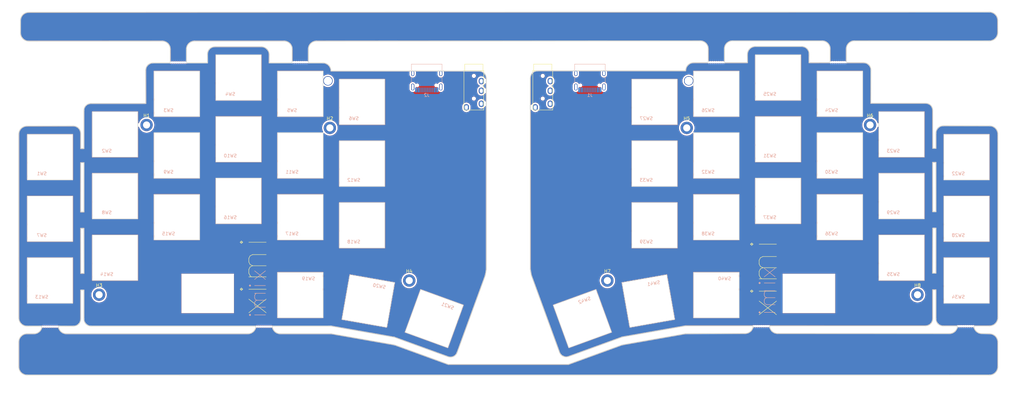
<source format=kicad_pcb>
(kicad_pcb (version 20221018) (generator pcbnew)
  (layers (0 "F.Cu" signal) (31 "B.Cu" signal) (34 "B.Paste" user) (35 "F.Paste" user) (36 "B.SilkS" user "B.Silkscreen") (37 "F.SilkS" user "F.Silkscreen") (38 "B.Mask" user) (39 "F.Mask" user) (44 "Edge.Cuts" user))
  (net 0 "")
  (net 1 "Net-(J1-GND-PadA1)")
  (net 2 "Net-(J1-VBUS-PadA4)")
  (net 10 "Net-(J2-GND-PadA1)")
  (net 11 "Net-(J2-VBUS-PadA4)")
  (footprint "fingerpunch-plates:switch-cutout-mx" (layer "F.Cu") (at 112.245465 146.36971)
    (fp_text reference "SW15" (at -2.54 5.08 180) (layer "B.SilkS") (effects (justify mirror)))
    (fp_text value "SW_Push")
    (fp_line (start -7 7) (end -7 -7) (stroke (width 0.15)) (layer "Edge.Cuts"))
    (fp_line (start -7 7) (end 7 7) (stroke (width 0.15)) (layer "Edge.Cuts"))
    (fp_line (start 7 -7) (end -7 -7) (stroke (width 0.15)) (layer "Edge.Cuts"))
    (fp_line (start 7 -7) (end 7 7) (stroke (width 0.15)) (layer "Edge.Cuts"))
  )
  (footprint "fingerpunch-plates:switch-cutout-mx" (layer "F.Cu") (at 131.245455 141.369705)
    (fp_text reference "SW16" (at -2.54 5.08 180) (layer "B.SilkS") (effects (justify mirror)))
    (fp_text value "SW_Push")
    (fp_line (start -7 7) (end -7 -7) (stroke (width 0.15)) (layer "Edge.Cuts"))
    (fp_line (start -7 7) (end 7 7) (stroke (width 0.15)) (layer "Edge.Cuts"))
    (fp_line (start 7 -7) (end -7 -7) (stroke (width 0.15)) (layer "Edge.Cuts"))
    (fp_line (start 7 -7) (end 7 7) (stroke (width 0.15)) (layer "Edge.Cuts"))
  )
  (footprint "fingerpunch-plates:switch-cutout-mx" (layer "F.Cu") (at 169.245467 148.869704)
    (fp_text reference "SW18" (at -2.54 5.08 180) (layer "B.SilkS") (effects (justify mirror)))
    (fp_text value "SW_Push")
    (fp_line (start -7 7) (end -7 -7) (stroke (width 0.15)) (layer "Edge.Cuts"))
    (fp_line (start -7 7) (end 7 7) (stroke (width 0.15)) (layer "Edge.Cuts"))
    (fp_line (start 7 -7) (end -7 -7) (stroke (width 0.15)) (layer "Edge.Cuts"))
    (fp_line (start 7 -7) (end 7 7) (stroke (width 0.15)) (layer "Edge.Cuts"))
  )
  (footprint "fingerpunch-plates:switch-cutout-mx" (layer "F.Cu") (at 93.245464 158.869704)
    (fp_text reference "SW14" (at -2.54 5.08 180) (layer "B.SilkS") (effects (justify mirror)))
    (fp_text value "SW_Push")
    (fp_line (start -7 7) (end -7 -7) (stroke (width 0.15)) (layer "Edge.Cuts"))
    (fp_line (start -7 7) (end 7 7) (stroke (width 0.15)) (layer "Edge.Cuts"))
    (fp_line (start 7 -7) (end -7 -7) (stroke (width 0.15)) (layer "Edge.Cuts"))
    (fp_line (start 7 -7) (end 7 7) (stroke (width 0.15)) (layer "Edge.Cuts"))
  )
  (footprint "fingerpunch-plates:switch-cutout-mx" (layer "F.Cu") (at 150.245466 127.369708)
    (fp_text reference "SW11" (at -2.54 5.08 180) (layer "B.SilkS") (effects (justify mirror)))
    (fp_text value "SW_Push")
    (fp_line (start -7 7) (end -7 -7) (stroke (width 0.15)) (layer "Edge.Cuts"))
    (fp_line (start -7 7) (end 7 7) (stroke (width 0.15)) (layer "Edge.Cuts"))
    (fp_line (start 7 -7) (end -7 -7) (stroke (width 0.15)) (layer "Edge.Cuts"))
    (fp_line (start 7 -7) (end 7 7) (stroke (width 0.15)) (layer "Edge.Cuts"))
  )
  (footprint "fingerpunch-plates:switch-cutout-mx" (layer "F.Cu") (at 150.245466 108.369708)
    (fp_text reference "SW5" (at -2.54 5.08 180) (layer "B.SilkS") (effects (justify mirror)))
    (fp_text value "SW_Push")
    (fp_line (start -7 7) (end -7 -7) (stroke (width 0.15)) (layer "Edge.Cuts"))
    (fp_line (start -7 7) (end 7 7) (stroke (width 0.15)) (layer "Edge.Cuts"))
    (fp_line (start 7 -7) (end -7 -7) (stroke (width 0.15)) (layer "Edge.Cuts"))
    (fp_line (start 7 -7) (end 7 7) (stroke (width 0.15)) (layer "Edge.Cuts"))
  )
  (footprint "fingerpunch-plates:switch-cutout-mx" (layer "F.Cu") (at 150.245461 146.369703)
    (fp_text reference "SW17" (at -2.54 5.08 180) (layer "B.SilkS") (effects (justify mirror)))
    (fp_text value "SW_Push")
    (fp_line (start -7 7) (end -7 -7) (stroke (width 0.15)) (layer "Edge.Cuts"))
    (fp_line (start -7 7) (end 7 7) (stroke (width 0.15)) (layer "Edge.Cuts"))
    (fp_line (start 7 -7) (end -7 -7) (stroke (width 0.15)) (layer "Edge.Cuts"))
    (fp_line (start 7 -7) (end 7 7) (stroke (width 0.15)) (layer "Edge.Cuts"))
  )
  (footprint "fingerpunch-plates:switch-cutout-mx" (layer "F.Cu") (at 112.245463 127.369703)
    (fp_text reference "SW9" (at -2.54 5.08 180) (layer "B.SilkS") (effects (justify mirror)))
    (fp_text value "SW_Push")
    (fp_line (start -7 7) (end -7 -7) (stroke (width 0.15)) (layer "Edge.Cuts"))
    (fp_line (start -7 7) (end 7 7) (stroke (width 0.15)) (layer "Edge.Cuts"))
    (fp_line (start 7 -7) (end -7 -7) (stroke (width 0.15)) (layer "Edge.Cuts"))
    (fp_line (start 7 -7) (end 7 7) (stroke (width 0.15)) (layer "Edge.Cuts"))
  )
  (footprint "fingerpunch-plates:switch-cutout-mx" (layer "F.Cu") (at 131.245464 103.369705)
    (fp_text reference "SW4" (at -2.54 5.08 180) (layer "B.SilkS") (effects (justify mirror)))
    (fp_text value "SW_Push")
    (fp_line (start -7 7) (end -7 -7) (stroke (width 0.15)) (layer "Edge.Cuts"))
    (fp_line (start -7 7) (end 7 7) (stroke (width 0.15)) (layer "Edge.Cuts"))
    (fp_line (start 7 -7) (end -7 -7) (stroke (width 0.15)) (layer "Edge.Cuts"))
    (fp_line (start 7 -7) (end 7 7) (stroke (width 0.15)) (layer "Edge.Cuts"))
  )
  (footprint "fingerpunch-plates:switch-cutout-mx" (layer "F.Cu") (at 169.245467 129.869709)
    (fp_text reference "SW12" (at -2.54 5.08 180) (layer "B.SilkS") (effects (justify mirror)))
    (fp_text value "SW_Push")
    (fp_line (start -7 7) (end -7 -7) (stroke (width 0.15)) (layer "Edge.Cuts"))
    (fp_line (start -7 7) (end 7 7) (stroke (width 0.15)) (layer "Edge.Cuts"))
    (fp_line (start 7 -7) (end -7 -7) (stroke (width 0.15)) (layer "Edge.Cuts"))
    (fp_line (start 7 -7) (end 7 7) (stroke (width 0.15)) (layer "Edge.Cuts"))
  )
  (footprint "fingerpunch-plates:switch-cutout-mx" (layer "F.Cu") (at 169.245462 110.869702)
    (fp_text reference "SW6" (at -2.54 5.08 180) (layer "B.SilkS") (effects (justify mirror)))
    (fp_text value "SW_Push")
    (fp_line (start -7 7) (end -7 -7) (stroke (width 0.15)) (layer "Edge.Cuts"))
    (fp_line (start -7 7) (end 7 7) (stroke (width 0.15)) (layer "Edge.Cuts"))
    (fp_line (start 7 -7) (end -7 -7) (stroke (width 0.15)) (layer "Edge.Cuts"))
    (fp_line (start 7 -7) (end 7 7) (stroke (width 0.15)) (layer "Edge.Cuts"))
  )
  (footprint "fingerpunch-plates:switch-cutout-mx" (layer "F.Cu") (at 131.245461 122.369701)
    (fp_text reference "SW10" (at -2.54 5.08 180) (layer "B.SilkS") (effects (justify mirror)))
    (fp_text value "SW_Push")
    (fp_line (start -7 7) (end -7 -7) (stroke (width 0.15)) (layer "Edge.Cuts"))
    (fp_line (start -7 7) (end 7 7) (stroke (width 0.15)) (layer "Edge.Cuts"))
    (fp_line (start 7 -7) (end -7 -7) (stroke (width 0.15)) (layer "Edge.Cuts"))
    (fp_line (start 7 -7) (end 7 7) (stroke (width 0.15)) (layer "Edge.Cuts"))
  )
  (footprint "fingerpunch-plates:switch-cutout-mx" (layer "F.Cu") (at 93.245467 120.869705)
    (fp_text reference "SW2" (at -2.54 5.08 180) (layer "B.SilkS") (effects (justify mirror)))
    (fp_text value "SW_Push")
    (fp_line (start -7 7) (end -7 -7) (stroke (width 0.15)) (layer "Edge.Cuts"))
    (fp_line (start -7 7) (end 7 7) (stroke (width 0.15)) (layer "Edge.Cuts"))
    (fp_line (start 7 -7) (end -7 -7) (stroke (width 0.15)) (layer "Edge.Cuts"))
    (fp_line (start 7 -7) (end 7 7) (stroke (width 0.15)) (layer "Edge.Cuts"))
  )
  (footprint "fingerpunch-plates:switch-cutout-mx" (layer "F.Cu") (at 112.245468 108.369716)
    (fp_text reference "SW3" (at -2.54 5.08 180) (layer "B.SilkS") (effects (justify mirror)))
    (fp_text value "SW_Push")
    (fp_line (start -7 7) (end -7 -7) (stroke (width 0.15)) (layer "Edge.Cuts"))
    (fp_line (start -7 7) (end 7 7) (stroke (width 0.15)) (layer "Edge.Cuts"))
    (fp_line (start 7 -7) (end -7 -7) (stroke (width 0.15)) (layer "Edge.Cuts"))
    (fp_line (start 7 -7) (end 7 7) (stroke (width 0.15)) (layer "Edge.Cuts"))
  )
  (footprint "fingerpunch-plates:switch-cutout-mx" (layer "F.Cu") (at 93.245468 139.869705)
    (fp_text reference "SW8" (at -2.54 5.08 180) (layer "B.SilkS") (effects (justify mirror)))
    (fp_text value "SW_Push")
    (fp_line (start -7 7) (end -7 -7) (stroke (width 0.15)) (layer "Edge.Cuts"))
    (fp_line (start -7 7) (end 7 7) (stroke (width 0.15)) (layer "Edge.Cuts"))
    (fp_line (start 7 -7) (end -7 -7) (stroke (width 0.15)) (layer "Edge.Cuts"))
    (fp_line (start 7 -7) (end 7 7) (stroke (width 0.15)) (layer "Edge.Cuts"))
  )
  (footprint "fingerpunch-plates:switch-cutout-mx" (layer "F.Cu") (at 171.165552 172.199978 170)
    (fp_text reference "SW20" (at -2.54 5.08 350) (layer "B.SilkS") (effects (justify mirror)))
    (fp_text value "SW_Push")
    (fp_line (start -7 7) (end -7 -7) (stroke (width 0.15)) (layer "Edge.Cuts"))
    (fp_line (start -7 7) (end 7 7) (stroke (width 0.15)) (layer "Edge.Cuts"))
    (fp_line (start 7 -7) (end -7 -7) (stroke (width 0.15)) (layer "Edge.Cuts"))
    (fp_line (start 7 -7) (end 7 7) (stroke (width 0.15)) (layer "Edge.Cuts"))
  )
  (footprint "fingerpunch-plates:switch-cutout-mx" (layer "F.Cu") (at 191.449994 177.635174 160)
    (fp_text reference "SW21" (at -2.54 5.08 340) (layer "B.SilkS") (effects (justify mirror)))
    (fp_text value "SW_Push")
    (fp_line (start -7 7) (end -7 -7) (stroke (width 0.15)) (layer "Edge.Cuts"))
    (fp_line (start -7 7) (end 7 7) (stroke (width 0.15)) (layer "Edge.Cuts"))
    (fp_line (start 7 -7) (end -7 -7) (stroke (width 0.15)) (layer "Edge.Cuts"))
    (fp_line (start 7 -7) (end 7 7) (stroke (width 0.15)) (layer "Edge.Cuts"))
  )
  (footprint "fingerpunch-plates:switch-cutout-mx" (layer "F.Cu") (at 150.245462 170.369704 180)
    (fp_text reference "SW19" (at -2.54 5.08) (layer "B.SilkS") (effects (justify mirror)))
    (fp_text value "SW_Push")
    (fp_line (start -7 7) (end -7 -7) (stroke (width 0.15)) (layer "Edge.Cuts"))
    (fp_line (start -7 7) (end 7 7) (stroke (width 0.15)) (layer "Edge.Cuts"))
    (fp_line (start 7 -7) (end -7 -7) (stroke (width 0.15)) (layer "Edge.Cuts"))
    (fp_line (start 7 -7) (end 7 7) (stroke (width 0.15)) (layer "Edge.Cuts"))
  )
  (footprint "fingerpunch-plates:switch-cutout-mx" (layer "F.Cu") (at 73.245464 127.869706)
    (fp_text reference "SW1" (at -2.54 5.08 180) (layer "B.SilkS") (effects (justify mirror)))
    (fp_text value "SW_Push")
    (fp_line (start -7 7) (end -7 -7) (stroke (width 0.15)) (layer "Edge.Cuts"))
    (fp_line (start -7 7) (end 7 7) (stroke (width 0.15)) (layer "Edge.Cuts"))
    (fp_line (start 7 -7) (end -7 -7) (stroke (width 0.15)) (layer "Edge.Cuts"))
    (fp_line (start 7 -7) (end 7 7) (stroke (width 0.15)) (layer "Edge.Cuts"))
  )
  (footprint "fingerpunch-plates:switch-cutout-mx" (layer "F.Cu") (at 73.245468 146.869701)
    (fp_text reference "SW7" (at -2.54 5.08 180) (layer "B.SilkS") (effects (justify mirror)))
    (fp_text value "SW_Push")
    (fp_line (start -7 7) (end -7 -7) (stroke (width 0.15)) (layer "Edge.Cuts"))
    (fp_line (start -7 7) (end 7 7) (stroke (width 0.15)) (layer "Edge.Cuts"))
    (fp_line (start 7 -7) (end -7 -7) (stroke (width 0.15)) (layer "Edge.Cuts"))
    (fp_line (start 7 -7) (end 7 7) (stroke (width 0.15)) (layer "Edge.Cuts"))
  )
  (footprint "fingerpunch-plates:switch-cutout-mx" (layer "F.Cu") (at 73.245472 165.869706)
    (fp_text reference "SW13" (at -2.54 5.08 180) (layer "B.SilkS") (effects (justify mirror)))
    (fp_text value "SW_Push")
    (fp_line (start -7 7) (end -7 -7) (stroke (width 0.15)) (layer "Edge.Cuts"))
    (fp_line (start -7 7) (end 7 7) (stroke (width 0.15)) (layer "Edge.Cuts"))
    (fp_line (start 7 -7) (end -7 -7) (stroke (width 0.15)) (layer "Edge.Cuts"))
    (fp_line (start 7 -7) (end 7 7) (stroke (width 0.15)) (layer "Edge.Cuts"))
  )
  (footprint "fingerpunch:Breakaway_Tabs" (layer "F.Cu") (at 150.23 98.63)
    (fp_text reference "H16")
    (fp_text value "Breakaway Tabs")
    (pad "" np_thru_hole circle (at -2.375 0) (size 0.3 0.3) (drill 0.3) (layers "*.Cu" "*.Mask"))
    (pad "" np_thru_hole circle (at -1.78125 0) (size 0.3 0.3) (drill 0.3) (layers "*.Cu" "*.Mask"))
    (pad "" np_thru_hole circle (at -1.1875 0) (size 0.3 0.3) (drill 0.3) (layers "*.Cu" "*.Mask"))
    (pad "" np_thru_hole circle (at -0.59375 0) (size 0.3 0.3) (drill 0.3) (layers "*.Cu" "*.Mask"))
    (pad "" np_thru_hole circle (at 0 0) (size 0.3 0.3) (drill 0.3) (layers "*.Cu" "*.Mask"))
    (pad "" np_thru_hole circle (at 0.59375 0) (size 0.3 0.3) (drill 0.3) (layers "*.Cu" "*.Mask"))
    (pad "" np_thru_hole circle (at 1.1875 0) (size 0.3 0.3) (drill 0.3) (layers "*.Cu" "*.Mask"))
    (pad "" np_thru_hole circle (at 1.78125 0) (size 0.3 0.3) (drill 0.3) (layers "*.Cu" "*.Mask"))
    (pad "" np_thru_hole circle (at 2.375 0) (size 0.3 0.3) (drill 0.3) (layers "*.Cu" "*.Mask"))
  )
  (footprint "fingerpunch-plates:switch-cutout-mx" (layer "F.Cu") (at 316.245465 108.369715)
    (fp_text reference "SW24" (at -2.54 5.08 180) (layer "B.SilkS") (effects (justify mirror)))
    (fp_text value "SW_Push")
    (fp_line (start -7 7) (end -7 -7) (stroke (width 0.15)) (layer "Edge.Cuts"))
    (fp_line (start -7 7) (end 7 7) (stroke (width 0.15)) (layer "Edge.Cuts"))
    (fp_line (start 7 -7) (end -7 -7) (stroke (width 0.15)) (layer "Edge.Cuts"))
    (fp_line (start 7 -7) (end 7 7) (stroke (width 0.15)) (layer "Edge.Cuts"))
  )
  (footprint "fingerpunch:Breakaway_Tabs" (layer "F.Cu") (at 292.09 179.97)
    (fp_text reference "H14")
    (fp_text value "Breakaway Tabs")
    (pad "" np_thru_hole circle (at -2.375 0) (size 0.3 0.3) (drill 0.3) (layers "*.Cu" "*.Mask"))
    (pad "" np_thru_hole circle (at -1.78125 0) (size 0.3 0.3) (drill 0.3) (layers "*.Cu" "*.Mask"))
    (pad "" np_thru_hole circle (at -1.1875 0) (size 0.3 0.3) (drill 0.3) (layers "*.Cu" "*.Mask"))
    (pad "" np_thru_hole circle (at -0.59375 0) (size 0.3 0.3) (drill 0.3) (layers "*.Cu" "*.Mask"))
    (pad "" np_thru_hole circle (at 0 0) (size 0.3 0.3) (drill 0.3) (layers "*.Cu" "*.Mask"))
    (pad "" np_thru_hole circle (at 0.59375 0) (size 0.3 0.3) (drill 0.3) (layers "*.Cu" "*.Mask"))
    (pad "" np_thru_hole circle (at 1.1875 0) (size 0.3 0.3) (drill 0.3) (layers "*.Cu" "*.Mask"))
    (pad "" np_thru_hole circle (at 1.78125 0) (size 0.3 0.3) (drill 0.3) (layers "*.Cu" "*.Mask"))
    (pad "" np_thru_hole circle (at 2.375 0) (size 0.3 0.3) (drill 0.3) (layers "*.Cu" "*.Mask"))
  )
  (footprint "fingerpunch-plates:switch-cutout-mx" (layer "F.Cu") (at 297.245456 141.369707)
    (fp_text reference "SW37" (at -2.54 5.08 180) (layer "B.SilkS") (effects (justify mirror)))
    (fp_text value "SW_Push")
    (fp_line (start -7 7) (end -7 -7) (stroke (width 0.15)) (layer "Edge.Cuts"))
    (fp_line (start -7 7) (end 7 7) (stroke (width 0.15)) (layer "Edge.Cuts"))
    (fp_line (start 7 -7) (end -7 -7) (stroke (width 0.15)) (layer "Edge.Cuts"))
    (fp_line (start 7 -7) (end 7 7) (stroke (width 0.15)) (layer "Edge.Cuts"))
  )
  (footprint "fingerpunch:Breakaway_Tabs" (layer "F.Cu") (at 315.76 98.63)
    (fp_text reference "H9")
    (fp_text value "Breakaway Tabs")
    (pad "" np_thru_hole circle (at -2.375 0) (size 0.3 0.3) (drill 0.3) (layers "*.Cu" "*.Mask"))
    (pad "" np_thru_hole circle (at -1.78125 0) (size 0.3 0.3) (drill 0.3) (layers "*.Cu" "*.Mask"))
    (pad "" np_thru_hole circle (at -1.1875 0) (size 0.3 0.3) (drill 0.3) (layers "*.Cu" "*.Mask"))
    (pad "" np_thru_hole circle (at -0.59375 0) (size 0.3 0.3) (drill 0.3) (layers "*.Cu" "*.Mask"))
    (pad "" np_thru_hole circle (at 0 0) (size 0.3 0.3) (drill 0.3) (layers "*.Cu" "*.Mask"))
    (pad "" np_thru_hole circle (at 0.59375 0) (size 0.3 0.3) (drill 0.3) (layers "*.Cu" "*.Mask"))
    (pad "" np_thru_hole circle (at 1.1875 0) (size 0.3 0.3) (drill 0.3) (layers "*.Cu" "*.Mask"))
    (pad "" np_thru_hole circle (at 1.78125 0) (size 0.3 0.3) (drill 0.3) (layers "*.Cu" "*.Mask"))
    (pad "" np_thru_hole circle (at 2.375 0) (size 0.3 0.3) (drill 0.3) (layers "*.Cu" "*.Mask"))
  )
  (footprint "fingerpunch:Breakaway_Tabs" (layer "F.Cu") (at 73.31 180.09)
    (fp_text reference "H13")
    (fp_text value "Breakaway Tabs")
    (pad "" np_thru_hole circle (at -2.375 0) (size 0.3 0.3) (drill 0.3) (layers "*.Cu" "*.Mask"))
    (pad "" np_thru_hole circle (at -1.78125 0) (size 0.3 0.3) (drill 0.3) (layers "*.Cu" "*.Mask"))
    (pad "" np_thru_hole circle (at -1.1875 0) (size 0.3 0.3) (drill 0.3) (layers "*.Cu" "*.Mask"))
    (pad "" np_thru_hole circle (at -0.59375 0) (size 0.3 0.3) (drill 0.3) (layers "*.Cu" "*.Mask"))
    (pad "" np_thru_hole circle (at 0 0) (size 0.3 0.3) (drill 0.3) (layers "*.Cu" "*.Mask"))
    (pad "" np_thru_hole circle (at 0.59375 0) (size 0.3 0.3) (drill 0.3) (layers "*.Cu" "*.Mask"))
    (pad "" np_thru_hole circle (at 1.1875 0) (size 0.3 0.3) (drill 0.3) (layers "*.Cu" "*.Mask"))
    (pad "" np_thru_hole circle (at 1.78125 0) (size 0.3 0.3) (drill 0.3) (layers "*.Cu" "*.Mask"))
    (pad "" np_thru_hole circle (at 2.375 0) (size 0.3 0.3) (drill 0.3) (layers "*.Cu" "*.Mask"))
  )
  (footprint "Keebio-Parts:TRRS-PJ-320A" (layer "F.Cu") (at 224.843005 101.244704)
    (fp_text reference "J11")
    (fp_text value "AudioJack4dpb")
    (pad "" np_thru_hole circle (at 0 1.6) (size 0.8 0.8) (drill 0.8) (layers "*.Cu" "*.Mask"))
    (pad "" np_thru_hole circle (at 0 8.6) (size 0.8 0.8) (drill 0.8) (layers "*.Cu" "*.Mask"))
    (pad "1" thru_hole oval (at -2.3 11.3) (size 1.6 2) (drill oval 0.9 1.3) (layers "*.Cu" "*.Mask"))
    (pad "2" thru_hole oval (at 2.3 10.2) (size 1.6 2) (drill oval 0.9 1.3) (layers "*.Cu" "*.Mask"))
    (pad "3" thru_hole oval (at 2.3 6.2) (size 1.6 2) (drill oval 0.9 1.3) (layers "*.Cu" "*.Mask"))
    (pad "4" thru_hole oval (at 2.3 3.2) (size 1.6 2) (drill oval 0.9 1.3) (layers "*.Cu" "*.Mask"))
  )
  (footprint "fingerpunch-plates:switch-cutout-mx" (layer "F.Cu") (at 297.245462 122.3697)
    (fp_text reference "SW31" (at -2.54 5.08 180) (layer "B.SilkS") (effects (justify mirror)))
    (fp_text value "SW_Push")
    (fp_line (start -7 7) (end -7 -7) (stroke (width 0.15)) (layer "Edge.Cuts"))
    (fp_line (start -7 7) (end 7 7) (stroke (width 0.15)) (layer "Edge.Cuts"))
    (fp_line (start 7 -7) (end -7 -7) (stroke (width 0.15)) (layer "Edge.Cuts"))
    (fp_line (start 7 -7) (end 7 7) (stroke (width 0.15)) (layer "Edge.Cuts"))
  )
  (footprint "fingerpunch-plates:switch-cutout-mx" (layer "F.Cu") (at 259.245467 148.869704)
    (fp_text reference "SW39" (at -2.54 5.08 180) (layer "B.SilkS") (effects (justify mirror)))
    (fp_text value "SW_Push")
    (fp_line (start -7 7) (end -7 -7) (stroke (width 0.15)) (layer "Edge.Cuts"))
    (fp_line (start -7 7) (end 7 7) (stroke (width 0.15)) (layer "Edge.Cuts"))
    (fp_line (start 7 -7) (end -7 -7) (stroke (width 0.15)) (layer "Edge.Cuts"))
    (fp_line (start 7 -7) (end 7 7) (stroke (width 0.15)) (layer "Edge.Cuts"))
  )
  (footprint "fingerpunch-plates:switch-cutout-mx" (layer "F.Cu") (at 259.245464 110.869703)
    (fp_text reference "SW27" (at -2.54 5.08 180) (layer "B.SilkS") (effects (justify mirror)))
    (fp_text value "SW_Push")
    (fp_line (start -7 7) (end -7 -7) (stroke (width 0.15)) (layer "Edge.Cuts"))
    (fp_line (start -7 7) (end 7 7) (stroke (width 0.15)) (layer "Edge.Cuts"))
    (fp_line (start 7 -7) (end -7 -7) (stroke (width 0.15)) (layer "Edge.Cuts"))
    (fp_line (start 7 -7) (end 7 7) (stroke (width 0.15)) (layer "Edge.Cuts"))
  )
  (footprint "MountingHole:MountingHole_2.2mm_M2_DIN965_Pad" (layer "F.Cu") (at 159.345462 118.869702)
    (fp_text reference "H2" (at 0 -2.9) (layer "F.SilkS"))
    (fp_text value "MountingHole")
    (pad "1" thru_hole circle (at 0 0) (size 3.8 3.8) (drill 2.2) (layers "*.Cu" "*.Mask"))
  )
  (footprint "fingerpunch:Breakaway_Tabs" (layer "F.Cu") (at 354.98 179.98)
    (fp_text reference "H12")
    (fp_text value "Breakaway Tabs")
    (pad "" np_thru_hole circle (at -2.375 0) (size 0.3 0.3) (drill 0.3) (layers "*.Cu" "*.Mask"))
    (pad "" np_thru_hole circle (at -1.78125 0) (size 0.3 0.3) (drill 0.3) (layers "*.Cu" "*.Mask"))
    (pad "" np_thru_hole circle (at -1.1875 0) (size 0.3 0.3) (drill 0.3) (layers "*.Cu" "*.Mask"))
    (pad "" np_thru_hole circle (at -0.59375 0) (size 0.3 0.3) (drill 0.3) (layers "*.Cu" "*.Mask"))
    (pad "" np_thru_hole circle (at 0 0) (size 0.3 0.3) (drill 0.3) (layers "*.Cu" "*.Mask"))
    (pad "" np_thru_hole circle (at 0.59375 0) (size 0.3 0.3) (drill 0.3) (layers "*.Cu" "*.Mask"))
    (pad "" np_thru_hole circle (at 1.1875 0) (size 0.3 0.3) (drill 0.3) (layers "*.Cu" "*.Mask"))
    (pad "" np_thru_hole circle (at 1.78125 0) (size 0.3 0.3) (drill 0.3) (layers "*.Cu" "*.Mask"))
    (pad "" np_thru_hole circle (at 2.375 0) (size 0.3 0.3) (drill 0.3) (layers "*.Cu" "*.Mask"))
  )
  (footprint "fingerpunch:Breakaway_Tabs" (layer "F.Cu") (at 112.74 98.71)
    (fp_text reference "H10")
    (fp_text value "Breakaway Tabs")
    (pad "" np_thru_hole circle (at -2.375 0) (size 0.3 0.3) (drill 0.3) (layers "*.Cu" "*.Mask"))
    (pad "" np_thru_hole circle (at -1.78125 0) (size 0.3 0.3) (drill 0.3) (layers "*.Cu" "*.Mask"))
    (pad "" np_thru_hole circle (at -1.1875 0) (size 0.3 0.3) (drill 0.3) (layers "*.Cu" "*.Mask"))
    (pad "" np_thru_hole circle (at -0.59375 0) (size 0.3 0.3) (drill 0.3) (layers "*.Cu" "*.Mask"))
    (pad "" np_thru_hole circle (at 0 0) (size 0.3 0.3) (drill 0.3) (layers "*.Cu" "*.Mask"))
    (pad "" np_thru_hole circle (at 0.59375 0) (size 0.3 0.3) (drill 0.3) (layers "*.Cu" "*.Mask"))
    (pad "" np_thru_hole circle (at 1.1875 0) (size 0.3 0.3) (drill 0.3) (layers "*.Cu" "*.Mask"))
    (pad "" np_thru_hole circle (at 1.78125 0) (size 0.3 0.3) (drill 0.3) (layers "*.Cu" "*.Mask"))
    (pad "" np_thru_hole circle (at 2.375 0) (size 0.3 0.3) (drill 0.3) (layers "*.Cu" "*.Mask"))
  )
  (footprint "MountingHole:MountingHole_2.2mm_M2_DIN965_Pad" (layer "F.Cu") (at 102.945466 117.969717)
    (fp_text reference "H1" (at 0 -2.9) (layer "F.SilkS"))
    (fp_text value "MountingHole")
    (pad "1" thru_hole circle (at 0 0) (size 3.8 3.8) (drill 2.2) (layers "*.Cu" "*.Mask"))
  )
  (footprint "MountingHole:MountingHole_2.2mm_M2_DIN965_Pad" (layer "F.Cu") (at 340.145463 170.269705)
    (fp_text reference "H8" (at 0 -2.9) (layer "F.SilkS"))
    (fp_text value "MountingHole")
    (pad "1" thru_hole circle (at 0 0) (size 3.8 3.8) (drill 2.2) (layers "*.Cu" "*.Mask"))
  )
  (footprint "fingerpunch-plates:switch-cutout-mx" (layer "F.Cu") (at 335.245469 120.869705)
    (fp_text reference "SW23" (at -2.54 5.08 180) (layer "B.SilkS") (effects (justify mirror)))
    (fp_text value "SW_Push")
    (fp_line (start -7 7) (end -7 -7) (stroke (width 0.15)) (layer "Edge.Cuts"))
    (fp_line (start -7 7) (end 7 7) (stroke (width 0.15)) (layer "Edge.Cuts"))
    (fp_line (start 7 -7) (end -7 -7) (stroke (width 0.15)) (layer "Edge.Cuts"))
    (fp_line (start 7 -7) (end 7 7) (stroke (width 0.15)) (layer "Edge.Cuts"))
  )
  (footprint "fingerpunch-plates:switch-cutout-mx" (layer "F.Cu") (at 278.245463 170.369704 180)
    (fp_text reference "SW40" (at -2.54 5.08) (layer "B.SilkS") (effects (justify mirror)))
    (fp_text value "SW_Push")
    (fp_line (start -7 7) (end -7 -7) (stroke (width 0.15)) (layer "Edge.Cuts"))
    (fp_line (start -7 7) (end 7 7) (stroke (width 0.15)) (layer "Edge.Cuts"))
    (fp_line (start 7 -7) (end -7 -7) (stroke (width 0.15)) (layer "Edge.Cuts"))
    (fp_line (start 7 -7) (end 7 7) (stroke (width 0.15)) (layer "Edge.Cuts"))
  )
  (footprint "fingerpunch-plates:switch-cutout-mx" (layer "F.Cu") (at 335.245468 139.869704)
    (fp_text reference "SW29" (at -2.54 5.08 180) (layer "B.SilkS") (effects (justify mirror)))
    (fp_text value "SW_Push")
    (fp_line (start -7 7) (end -7 -7) (stroke (width 0.15)) (layer "Edge.Cuts"))
    (fp_line (start -7 7) (end 7 7) (stroke (width 0.15)) (layer "Edge.Cuts"))
    (fp_line (start 7 -7) (end -7 -7) (stroke (width 0.15)) (layer "Edge.Cuts"))
    (fp_line (start 7 -7) (end 7 7) (stroke (width 0.15)) (layer "Edge.Cuts"))
  )
  (footprint "MountingHole:MountingHole_2.2mm_M2_DIN965_Pad" (layer "F.Cu") (at 244.725372 165.899975)
    (fp_text reference "H7" (at 0 -2.9) (layer "F.SilkS"))
    (fp_text value "MountingHole")
    (pad "1" thru_hole circle (at 0 0) (size 3.8 3.8) (drill 2.2) (layers "*.Cu" "*.Mask"))
  )
  (footprint "fingerpunch-plates:switch-cutout-mx" (layer "F.Cu") (at 278.245466 108.369707)
    (fp_text reference "SW26" (at -2.54 5.08 180) (layer "B.SilkS") (effects (justify mirror)))
    (fp_text value "SW_Push")
    (fp_line (start -7 7) (end -7 -7) (stroke (width 0.15)) (layer "Edge.Cuts"))
    (fp_line (start -7 7) (end 7 7) (stroke (width 0.15)) (layer "Edge.Cuts"))
    (fp_line (start 7 -7) (end -7 -7) (stroke (width 0.15)) (layer "Edge.Cuts"))
    (fp_line (start 7 -7) (end 7 7) (stroke (width 0.15)) (layer "Edge.Cuts"))
  )
  (footprint "fingerpunch:Breakaway_Tabs" (layer "F.Cu") (at 139.11 180.08)
    (fp_text reference "H15")
    (fp_text value "Breakaway Tabs")
    (pad "" np_thru_hole circle (at -2.375 0) (size 0.3 0.3) (drill 0.3) (layers "*.Cu" "*.Mask"))
    (pad "" np_thru_hole circle (at -1.78125 0) (size 0.3 0.3) (drill 0.3) (layers "*.Cu" "*.Mask"))
    (pad "" np_thru_hole circle (at -1.1875 0) (size 0.3 0.3) (drill 0.3) (layers "*.Cu" "*.Mask"))
    (pad "" np_thru_hole circle (at -0.59375 0) (size 0.3 0.3) (drill 0.3) (layers "*.Cu" "*.Mask"))
    (pad "" np_thru_hole circle (at 0 0) (size 0.3 0.3) (drill 0.3) (layers "*.Cu" "*.Mask"))
    (pad "" np_thru_hole circle (at 0.59375 0) (size 0.3 0.3) (drill 0.3) (layers "*.Cu" "*.Mask"))
    (pad "" np_thru_hole circle (at 1.1875 0) (size 0.3 0.3) (drill 0.3) (layers "*.Cu" "*.Mask"))
    (pad "" np_thru_hole circle (at 1.78125 0) (size 0.3 0.3) (drill 0.3) (layers "*.Cu" "*.Mask"))
    (pad "" np_thru_hole circle (at 2.375 0) (size 0.3 0.3) (drill 0.3) (layers "*.Cu" "*.Mask"))
  )
  (footprint "fingerpunch-plates:switch-cutout-mx" (layer "F.Cu") (at 355.245467 146.869701)
    (fp_text reference "SW28" (at -2.54 5.08 180) (layer "B.SilkS") (effects (justify mirror)))
    (fp_text value "SW_Push")
    (fp_line (start -7 7) (end -7 -7) (stroke (width 0.15)) (layer "Edge.Cuts"))
    (fp_line (start -7 7) (end 7 7) (stroke (width 0.15)) (layer "Edge.Cuts"))
    (fp_line (start 7 -7) (end -7 -7) (stroke (width 0.15)) (layer "Edge.Cuts"))
    (fp_line (start 7 -7) (end 7 7) (stroke (width 0.15)) (layer "Edge.Cuts"))
  )
  (footprint "fingerpunch-plates:switch-cutout-mx" (layer "F.Cu") (at 278.245462 146.369706)
    (fp_text reference "SW38" (at -2.54 5.08 180) (layer "B.SilkS") (effects (justify mirror)))
    (fp_text value "SW_Push")
    (fp_line (start -7 7) (end -7 -7) (stroke (width 0.15)) (layer "Edge.Cuts"))
    (fp_line (start -7 7) (end 7 7) (stroke (width 0.15)) (layer "Edge.Cuts"))
    (fp_line (start 7 -7) (end -7 -7) (stroke (width 0.15)) (layer "Edge.Cuts"))
    (fp_line (start 7 -7) (end 7 7) (stroke (width 0.15)) (layer "Edge.Cuts"))
  )
  (footprint "fingerpunch-plates:switch-cutout-mx" (layer "F.Cu") (at 355.245462 127.869705)
    (fp_text reference "SW22" (at -2.54 5.08 180) (layer "B.SilkS") (effects (justify mirror)))
    (fp_text value "SW_Push")
    (fp_line (start -7 7) (end -7 -7) (stroke (width 0.15)) (layer "Edge.Cuts"))
    (fp_line (start -7 7) (end 7 7) (stroke (width 0.15)) (layer "Edge.Cuts"))
    (fp_line (start 7 -7) (end -7 -7) (stroke (width 0.15)) (layer "Edge.Cuts"))
    (fp_line (start 7 -7) (end 7 7) (stroke (width 0.15)) (layer "Edge.Cuts"))
  )
  (footprint "Keebio-Parts:TRRS-PJ-320A" (layer "F.Cu") (at 203.645004 101.244706)
    (fp_text reference "J7")
    (fp_text value "AudioJack4dpb")
    (pad "" np_thru_hole circle (at 0 1.6) (size 0.8 0.8) (drill 0.8) (layers "*.Cu" "*.Mask"))
    (pad "" np_thru_hole circle (at 0 8.6) (size 0.8 0.8) (drill 0.8) (layers "*.Cu" "*.Mask"))
    (pad "1" thru_hole oval (at -2.3 11.3) (size 1.6 2) (drill oval 0.9 1.3) (layers "*.Cu" "*.Mask"))
    (pad "2" thru_hole oval (at 2.3 10.2) (size 1.6 2) (drill oval 0.9 1.3) (layers "*.Cu" "*.Mask"))
    (pad "3" thru_hole oval (at 2.3 6.2) (size 1.6 2) (drill oval 0.9 1.3) (layers "*.Cu" "*.Mask"))
    (pad "4" thru_hole oval (at 2.3 3.2) (size 1.6 2) (drill oval 0.9 1.3) (layers "*.Cu" "*.Mask"))
  )
  (footprint "fingerpunch-plates:switch-cutout-mx" (layer "F.Cu") (at 335.245465 158.869705)
    (fp_text reference "SW35" (at -2.54 5.08 180) (layer "B.SilkS") (effects (justify mirror)))
    (fp_text value "SW_Push")
    (fp_line (start -7 7) (end -7 -7) (stroke (width 0.15)) (layer "Edge.Cuts"))
    (fp_line (start -7 7) (end 7 7) (stroke (width 0.15)) (layer "Edge.Cuts"))
    (fp_line (start 7 -7) (end -7 -7) (stroke (width 0.15)) (layer "Edge.Cuts"))
    (fp_line (start 7 -7) (end 7 7) (stroke (width 0.15)) (layer "Edge.Cuts"))
  )
  (footprint "fingerpunch-plates:RotaryEncoder_EC11-no-legs" (layer "F.Cu") (at 306.745463 169.869704)
    (fp_text reference "SW48")
    (fp_text value "RotaryEncoder_Switch")
    (fp_line (start -8 -6) (end -8 6) (stroke (width 0.05)) (layer "Edge.Cuts"))
    (fp_line (start -8 -6) (end 8 -6) (stroke (width 0.05)) (layer "Edge.Cuts"))
    (fp_line (start 8 6) (end -8 6) (stroke (width 0.05)) (layer "Edge.Cuts"))
    (fp_line (start 8 6) (end 8 -6) (stroke (width 0.05)) (layer "Edge.Cuts"))
  )
  (footprint "fingerpunch-plates:switch-cutout-mx" (layer "F.Cu") (at 259.245468 129.86971)
    (fp_text reference "SW33" (at -2.54 5.08 180) (layer "B.SilkS") (effects (justify mirror)))
    (fp_text value "SW_Push")
    (fp_line (start -7 7) (end -7 -7) (stroke (width 0.15)) (layer "Edge.Cuts"))
    (fp_line (start -7 7) (end 7 7) (stroke (width 0.15)) (layer "Edge.Cuts"))
    (fp_line (start 7 -7) (end -7 -7) (stroke (width 0.15)) (layer "Edge.Cuts"))
    (fp_line (start 7 -7) (end 7 7) (stroke (width 0.15)) (layer "Edge.Cuts"))
  )
  (footprint "fingerpunch-plates:RotaryEncoder_EC11-no-legs" (layer "F.Cu") (at 121.745462 169.869704 180)
    (fp_text reference "SW47")
    (fp_text value "RotaryEncoder_Switch")
    (fp_line (start -8 -6) (end -8 6) (stroke (width 0.05)) (layer "Edge.Cuts"))
    (fp_line (start -8 -6) (end 8 -6) (stroke (width 0.05)) (layer "Edge.Cuts"))
    (fp_line (start 8 6) (end -8 6) (stroke (width 0.05)) (layer "Edge.Cuts"))
    (fp_line (start 8 6) (end 8 -6) (stroke (width 0.05)) (layer "Edge.Cuts"))
  )
  (footprint "fingerpunch-plates:switch-cutout-mx" (layer "F.Cu") (at 237.040932 177.635176 -160)
    (fp_text reference "SW42" (at -2.54 5.08 20) (layer "B.SilkS") (effects (justify mirror)))
    (fp_text value "SW_Push")
    (fp_line (start -7 7) (end -7 -7) (stroke (width 0.15)) (layer "Edge.Cuts"))
    (fp_line (start -7 7) (end 7 7) (stroke (width 0.15)) (layer "Edge.Cuts"))
    (fp_line (start 7 -7) (end -7 -7) (stroke (width 0.15)) (layer "Edge.Cuts"))
    (fp_line (start 7 -7) (end 7 7) (stroke (width 0.15)) (layer "Edge.Cuts"))
  )
  (footprint "MountingHole:MountingHole_2.2mm_M2_DIN965_Pad" (layer "F.Cu") (at 88.345464 170.269706)
    (fp_text reference "H3" (at 0 -2.9) (layer "F.SilkS"))
    (fp_text value "MountingHole")
    (pad "1" thru_hole circle (at 0 0) (size 3.8 3.8) (drill 2.2) (layers "*.Cu" "*.Mask"))
  )
  (footprint "MountingHole:MountingHole_2.2mm_M2_DIN965_Pad" (layer "F.Cu") (at 325.545468 117.969715)
    (fp_text reference "H6" (at 0 -2.9) (layer "F.SilkS"))
    (fp_text value "MountingHole")
    (pad "1" thru_hole circle (at 0 0) (size 3.8 3.8) (drill 2.2) (layers "*.Cu" "*.Mask"))
  )
  (footprint "MountingHole:MountingHole_2.2mm_M2_DIN965_Pad" (layer "F.Cu") (at 183.765551 165.899976)
    (fp_text reference "H4" (at 0 -2.9) (layer "F.SilkS"))
    (fp_text value "MountingHole")
    (pad "1" thru_hole circle (at 0 0) (size 3.8 3.8) (drill 2.2) (layers "*.Cu" "*.Mask"))
  )
  (footprint "fingerpunch-plates:switch-cutout-mx" (layer "F.Cu") (at 278.245466 127.369707)
    (fp_text reference "SW32" (at -2.54 5.08 180) (layer "B.SilkS") (effects (justify mirror)))
    (fp_text value "SW_Push")
    (fp_line (start -7 7) (end -7 -7) (stroke (width 0.15)) (layer "Edge.Cuts"))
    (fp_line (start -7 7) (end 7 7) (stroke (width 0.15)) (layer "Edge.Cuts"))
    (fp_line (start 7 -7) (end -7 -7) (stroke (width 0.15)) (layer "Edge.Cuts"))
    (fp_line (start 7 -7) (end 7 7) (stroke (width 0.15)) (layer "Edge.Cuts"))
  )
  (footprint "fingerpunch-plates:switch-cutout-mx" (layer "F.Cu") (at 316.245464 146.369711)
    (fp_text reference "SW36" (at -2.54 5.08 180) (layer "B.SilkS") (effects (justify mirror)))
    (fp_text value "SW_Push")
    (fp_line (start -7 7) (end -7 -7) (stroke (width 0.15)) (layer "Edge.Cuts"))
    (fp_line (start -7 7) (end 7 7) (stroke (width 0.15)) (layer "Edge.Cuts"))
    (fp_line (start 7 -7) (end -7 -7) (stroke (width 0.15)) (layer "Edge.Cuts"))
    (fp_line (start 7 -7) (end 7 7) (stroke (width 0.15)) (layer "Edge.Cuts"))
  )
  (footprint "fingerpunch-plates:switch-cutout-mx" (layer "F.Cu") (at 355.245474 165.869706)
    (fp_text reference "SW34" (at -2.54 5.08 180) (layer "B.SilkS") (effects (justify mirror)))
    (fp_text value "SW_Push")
    (fp_line (start -7 7) (end -7 -7) (stroke (width 0.15)) (layer "Edge.Cuts"))
    (fp_line (start -7 7) (end 7 7) (stroke (width 0.15)) (layer "Edge.Cuts"))
    (fp_line (start 7 -7) (end -7 -7) (stroke (width 0.15)) (layer "Edge.Cuts"))
    (fp_line (start 7 -7) (end 7 7) (stroke (width 0.15)) (layer "Edge.Cuts"))
  )
  (footprint "fingerpunch-plates:switch-cutout-mx" (layer "F.Cu") (at 316.245463 127.369706)
    (fp_text reference "SW30" (at -2.54 5.08 180) (layer "B.SilkS") (effects (justify mirror)))
    (fp_text value "SW_Push")
    (fp_line (start -7 7) (end -7 -7) (stroke (width 0.15)) (layer "Edge.Cuts"))
    (fp_line (start -7 7) (end 7 7) (stroke (width 0.15)) (layer "Edge.Cuts"))
    (fp_line (start 7 -7) (end -7 -7) (stroke (width 0.15)) (layer "Edge.Cuts"))
    (fp_line (start 7 -7) (end 7 7) (stroke (width 0.15)) (layer "Edge.Cuts"))
  )
  (footprint "fingerpunch-plates:switch-cutout-mx" (layer "F.Cu") (at 257.325372 172.199975 -170)
    (fp_text reference "SW41" (at -2.54 5.08 10) (layer "B.SilkS") (effects (justify mirror)))
    (fp_text value "SW_Push")
    (fp_line (start -7 7) (end -7 -7) (stroke (width 0.15)) (layer "Edge.Cuts"))
    (fp_line (start -7 7) (end 7 7) (stroke (width 0.15)) (layer "Edge.Cuts"))
    (fp_line (start 7 -7) (end -7 -7) (stroke (width 0.15)) (layer "Edge.Cuts"))
    (fp_line (start 7 -7) (end 7 7) (stroke (width 0.15)) (layer "Edge.Cuts"))
  )
  (footprint "MountingHole:MountingHole_2.2mm_M2_DIN965_Pad" (layer "F.Cu") (at 269.145462 118.869702)
    (fp_text reference "H5" (at 0 -2.9) (layer "F.SilkS"))
    (fp_text value "MountingHole")
    (pad "1" thru_hole circle (at 0 0) (size 3.8 3.8) (drill 2.2) (layers "*.Cu" "*.Mask"))
  )
  (footprint "fingerpunch:Breakaway_Tabs" (layer "F.Cu") (at 278.25 98.64)
    (fp_text reference "H11")
    (fp_text value "Breakaway Tabs")
    (pad "" np_thru_hole circle (at -2.375 0) (size 0.3 0.3) (drill 0.3) (layers "*.Cu" "*.Mask"))
    (pad "" np_thru_hole circle (at -1.78125 0) (size 0.3 0.3) (drill 0.3) (layers "*.Cu" "*.Mask"))
    (pad "" np_thru_hole circle (at -1.1875 0) (size 0.3 0.3) (drill 0.3) (layers "*.Cu" "*.Mask"))
    (pad "" np_thru_hole circle (at -0.59375 0) (size 0.3 0.3) (drill 0.3) (layers "*.Cu" "*.Mask"))
    (pad "" np_thru_hole circle (at 0 0) (size 0.3 0.3) (drill 0.3) (layers "*.Cu" "*.Mask"))
    (pad "" np_thru_hole circle (at 0.59375 0) (size 0.3 0.3) (drill 0.3) (layers "*.Cu" "*.Mask"))
    (pad "" np_thru_hole circle (at 1.1875 0) (size 0.3 0.3) (drill 0.3) (layers "*.Cu" "*.Mask"))
    (pad "" np_thru_hole circle (at 1.78125 0) (size 0.3 0.3) (drill 0.3) (layers "*.Cu" "*.Mask"))
    (pad "" np_thru_hole circle (at 2.375 0) (size 0.3 0.3) (drill 0.3) (layers "*.Cu" "*.Mask"))
  )
  (footprint "fingerpunch-plates:switch-cutout-mx" (layer "F.Cu") (at 297.245462 103.369703)
    (fp_text reference "SW25" (at -2.54 5.08 180) (layer "B.SilkS") (effects (justify mirror)))
    (fp_text value "SW_Push")
    (fp_line (start -7 7) (end -7 -7) (stroke (width 0.15)) (layer "Edge.Cuts"))
    (fp_line (start -7 7) (end 7 7) (stroke (width 0.15)) (layer "Edge.Cuts"))
    (fp_line (start 7 -7) (end -7 -7) (stroke (width 0.15)) (layer "Edge.Cuts"))
    (fp_line (start 7 -7) (end 7 7) (stroke (width 0.15)) (layer "Edge.Cuts"))
  )
  (footprint "fingerpunch:USB_C_Receptacle_HRO_TYPE-C-31-M-12" (layer "B.Cu") (at 239.343005 103.144704)
    (fp_text reference "J1" (at 0 5.645 180) (layer "B.SilkS") (effects (justify mirror)))
    (fp_text value "USB_C_Receptacle_USB2.0")
    (pad "" np_thru_hole circle (at -2.89 2.6) (size 0.65 0.65) (drill 0.65) (layers "*.Cu" "*.Mask"))
    (pad "" np_thru_hole circle (at 2.89 2.6) (size 0.65 0.65) (drill 0.65) (layers "*.Cu" "*.Mask"))
    (pad "A1" smd rect (at -3.25 4.045) (size 0.6 1.45) (layers "B.Cu" "B.Paste" "B.Mask") (net 1 "Net-(J1-GND-PadA1)"))
    (pad "A4" smd rect (at -2.45 4.045) (size 0.6 1.45) (layers "B.Cu" "B.Paste" "B.Mask") (net 2 "Net-(J1-VBUS-PadA4)"))
    (pad "A5" smd rect (at -1.25 4.045) (size 0.3 1.45) (layers "B.Cu" "B.Paste" "B.Mask"))
    (pad "A6" smd rect (at -0.25 4.045) (size 0.3 1.45) (layers "B.Cu" "B.Paste" "B.Mask"))
    (pad "A7" smd rect (at 0.25 4.045) (size 0.3 1.45) (layers "B.Cu" "B.Paste" "B.Mask"))
    (pad "A8" smd rect (at 1.25 4.045) (size 0.3 1.45) (layers "B.Cu" "B.Paste" "B.Mask"))
    (pad "A9" smd rect (at 2.45 4.045) (size 0.6 1.45) (layers "B.Cu" "B.Paste" "B.Mask") (net 2 "Net-(J1-VBUS-PadA4)"))
    (pad "A12" smd rect (at 3.25 4.045) (size 0.6 1.45) (layers "B.Cu" "B.Paste" "B.Mask") (net 1 "Net-(J1-GND-PadA1)"))
    (pad "B1" smd rect (at 3.25 4.045) (size 0.6 1.45) (layers "B.Cu" "B.Paste" "B.Mask") (net 1 "Net-(J1-GND-PadA1)"))
    (pad "B4" smd rect (at 2.45 4.045) (size 0.6 1.45) (layers "B.Cu" "B.Paste" "B.Mask") (net 2 "Net-(J1-VBUS-PadA4)"))
    (pad "B5" smd rect (at 1.75 4.045) (size 0.3 1.45) (layers "B.Cu" "B.Paste" "B.Mask"))
    (pad "B6" smd rect (at 0.75 4.045) (size 0.3 1.45) (layers "B.Cu" "B.Paste" "B.Mask"))
    (pad "B7" smd rect (at -0.75 4.045) (size 0.3 1.45) (layers "B.Cu" "B.Paste" "B.Mask"))
    (pad "B8" smd rect (at -1.75 4.045) (size 0.3 1.45) (layers "B.Cu" "B.Paste" "B.Mask"))
    (pad "B9" smd rect (at -2.45 4.045) (size 0.6 1.45) (layers "B.Cu" "B.Paste" "B.Mask") (net 2 "Net-(J1-VBUS-PadA4)"))
    (pad "B12" smd rect (at -3.25 4.045) (size 0.6 1.45) (layers "B.Cu" "B.Paste" "B.Mask") (net 1 "Net-(J1-GND-PadA1)"))
    (pad "S1" thru_hole oval (at -4.32 -1.05) (size 1 1.6) (drill oval 0.6 1.2) (layers "*.Cu" "*.Mask"))
    (pad "S1" thru_hole oval (at -4.32 3.13) (size 1 2.1) (drill oval 0.6 1.7) (layers "*.Cu" "*.Mask"))
    (pad "S1" thru_hole oval (at 4.32 -1.05) (size 1 1.6) (drill oval 0.6 1.2) (layers "*.Cu" "*.Mask"))
    (pad "S1" thru_hole oval (at 4.32 3.13) (size 1 2.1) (drill oval 0.6 1.7) (layers "*.Cu" "*.Mask"))
  )
  (footprint "fingerpunch-plates:MountingHole_2.5mm" (layer "B.Cu") (at 158.745464 104.369702)
    (fp_text reference "SW50")
    (fp_text value "SW_Push")
    (pad "" np_thru_hole circle (at 0 0) (size 2.9 2.9) (drill 2.5) (layers "F&B.Cu" "*.Mask"))
  )
  (footprint "fingerpunch-plates:MountingHole_2.5mm" (layer "B.Cu") (at 269.745463 104.369702)
    (fp_text reference "SW49")
    (fp_text value "SW_Push")
    (pad "" np_thru_hole circle (at 0 0) (size 2.9 2.9) (drill 2.5) (layers "F&B.Cu" "*.Mask"))
  )
  (footprint "fingerpunch:USB_C_Receptacle_HRO_TYPE-C-31-M-12" (layer "B.Cu") (at 189.145004 103.144706)
    (fp_text reference "J2" (at 0 5.645 180) (layer "B.SilkS") (effects (justify mirror)))
    (fp_text value "USB_C_Receptacle_USB2.0")
    (pad "" np_thru_hole circle (at -2.89 2.6) (size 0.65 0.65) (drill 0.65) (layers "*.Cu" "*.Mask"))
    (pad "" np_thru_hole circle (at 2.89 2.6) (size 0.65 0.65) (drill 0.65) (layers "*.Cu" "*.Mask"))
    (pad "A1" smd rect (at -3.25 4.045) (size 0.6 1.45) (layers "B.Cu" "B.Paste" "B.Mask") (net 10 "Net-(J2-GND-PadA1)"))
    (pad "A4" smd rect (at -2.45 4.045) (size 0.6 1.45) (layers "B.Cu" "B.Paste" "B.Mask") (net 11 "Net-(J2-VBUS-PadA4)"))
    (pad "A5" smd rect (at -1.25 4.045) (size 0.3 1.45) (layers "B.Cu" "B.Paste" "B.Mask"))
    (pad "A6" smd rect (at -0.25 4.045) (size 0.3 1.45) (layers "B.Cu" "B.Paste" "B.Mask"))
    (pad "A7" smd rect (at 0.25 4.045) (size 0.3 1.45) (layers "B.Cu" "B.Paste" "B.Mask"))
    (pad "A8" smd rect (at 1.25 4.045) (size 0.3 1.45) (layers "B.Cu" "B.Paste" "B.Mask"))
    (pad "A9" smd rect (at 2.45 4.045) (size 0.6 1.45) (layers "B.Cu" "B.Paste" "B.Mask") (net 11 "Net-(J2-VBUS-PadA4)"))
    (pad "A12" smd rect (at 3.25 4.045) (size 0.6 1.45) (layers "B.Cu" "B.Paste" "B.Mask") (net 10 "Net-(J2-GND-PadA1)"))
    (pad "B1" smd rect (at 3.25 4.045) (size 0.6 1.45) (layers "B.Cu" "B.Paste" "B.Mask") (net 10 "Net-(J2-GND-PadA1)"))
    (pad "B4" smd rect (at 2.45 4.045) (size 0.6 1.45) (layers "B.Cu" "B.Paste" "B.Mask") (net 11 "Net-(J2-VBUS-PadA4)"))
    (pad "B5" smd rect (at 1.75 4.045) (size 0.3 1.45) (layers "B.Cu" "B.Paste" "B.Mask"))
    (pad "B6" smd rect (at 0.75 4.045) (size 0.3 1.45) (layers "B.Cu" "B.Paste" "B.Mask"))
    (pad "B7" smd rect (at -0.75 4.045) (size 0.3 1.45) (layers "B.Cu" "B.Paste" "B.Mask"))
    (pad "B8" smd rect (at -1.75 4.045) (size 0.3 1.45) (layers "B.Cu" "B.Paste" "B.Mask"))
    (pad "B9" smd rect (at -2.45 4.045) (size 0.6 1.45) (layers "B.Cu" "B.Paste" "B.Mask") (net 11 "Net-(J2-VBUS-PadA4)"))
    (pad "B12" smd rect (at -3.25 4.045) (size 0.6 1.45) (layers "B.Cu" "B.Paste" "B.Mask") (net 10 "Net-(J2-GND-PadA1)"))
    (pad "S1" thru_hole oval (at -4.32 -1.05) (size 1 1.6) (drill oval 0.6 1.2) (layers "*.Cu" "*.Mask"))
    (pad "S1" thru_hole oval (at -4.32 3.13) (size 1 2.1) (drill oval 0.6 1.7) (layers "*.Cu" "*.Mask"))
    (pad "S1" thru_hole oval (at 4.32 -1.05) (size 1 1.6) (drill oval 0.6 1.2) (layers "*.Cu" "*.Mask"))
    (pad "S1" thru_hole oval (at 4.32 3.13) (size 1 2.1) (drill oval 0.6 1.7) (layers "*.Cu" "*.Mask"))
  )
  (gr_line (start 280.72901 98.784999) (end 287.823342 98.789176) (stroke (width 0.25)) (layer "Edge.Cuts"))
  (gr_curve (pts (xy 66.708385 92.14012) (xy 65.295108 92.139259) (xy 64.149898 90.993281) (xy 64.15 89.58)) (stroke (width 0.25)) (layer "Edge.Cuts"))
  (gr_curve (pts (xy 364.862005 120.759706) (xy 364.861908 119.37465) (xy 363.740692 118.251042) (xy 362.355644 118.247997)) (stroke (width 0.25)) (layer "Edge.Cuts"))
  (gr_line (start 275.766702 94.555615) (end 275.76901 98.784999) (stroke (width 0.25)) (layer "Edge.Cuts"))
  (gr_line (start 63.623059 177.374778) (end 63.627006 120.834703) (stroke (width 0.25)) (layer "Edge.Cuts"))
  (gr_curve (pts (xy 122.348851 94.539571) (xy 122.777434 94.106535) (xy 123.361406 93.862864) (xy 123.970675 93.862844)) (stroke (width 0.25)) (layer "Edge.Cuts"))
  (gr_line (start 342.627583 179.845574) (end 294.599384 179.84) (stroke (width 0.25)) (layer "Edge.Cuts"))
  (gr_curve (pts (xy 66.181444 179.934898) (xy 64.768167 179.934037) (xy 63.622957 178.788059) (xy 63.623059 177.374778)) (stroke (width 0.25)) (layer "Edge.Cuts"))
  (gr_curve (pts (xy 136.61 179.92) (xy 136.606191 180.471426) (xy 136.341344 181.106307) (xy 135.870616 181.572308)) (stroke (width 0.25)) (layer "Edge.Cuts"))
  (gr_curve (pts (xy 364.82901 85.747421) (xy 364.828149 84.334144) (xy 363.682171 83.188934) (xy 362.26889 83.189036)) (stroke (width 0.25)) (layer "Edge.Cuts"))
  (gr_curve (pts (xy 325.156825 99.450605) (xy 324.734847 99.026973) (xy 324.161527 98.788834) (xy 323.563588 98.788838)) (stroke (width 0.25)) (layer "Edge.Cuts"))
  (gr_curve (pts (xy 221.013245 103.542607) (xy 221.010905 102.944676) (xy 221.246795 102.370426) (xy 221.668768 101.946789)) (stroke (width 0.25)) (layer "Edge.Cuts"))
  (gr_line (start 344.823811 113.444744) (end 344.824841 125.170121) (stroke (width 0.25)) (layer "Edge.Cuts"))
  (gr_curve (pts (xy 207.475766 103.617608) (xy 207.478107 103.019676) (xy 207.242215 102.445427) (xy 206.820244 102.021788)) (stroke (width 0.25)) (layer "Edge.Cuts"))
  (gr_curve (pts (xy 352.460616 179.87) (xy 352.456807 180.421426) (xy 352.19196 181.056307) (xy 351.721232 181.522308)) (stroke (width 0.25)) (layer "Edge.Cuts"))
  (gr_line (start 102.716666 111.362411) (end 102.676659 101.121419) (stroke (width 0.25)) (layer "Edge.Cuts"))
  (gr_line (start 66.72012 83.271615) (end 362.26889 83.189036) (stroke (width 0.25)) (layer "Edge.Cuts"))
  (gr_curve (pts (xy 346.483492 118.882894) (xy 346.054617 119.310794) (xy 345.813563 119.891722) (xy 345.813507 120.497566)) (stroke (width 0.25)) (layer "Edge.Cuts"))
  (gr_curve (pts (xy 75.789384 179.92) (xy 75.793193 180.471426) (xy 76.05804 181.106307) (xy 76.528768 181.572308)) (stroke (width 0.25)) (layer "Edge.Cuts"))
  (gr_line (start 83.664169 125.245121) (end 83.665199 113.519746) (stroke (width 0.25)) (layer "Edge.Cuts"))
  (gr_line (start 280.72901 98.784999) (end 280.731318 94.555615) (stroke (width 0.25)) (layer "Edge.Cuts"))
  (gr_curve (pts (xy 85.861426 179.920573) (xy 85.280337 179.920639) (xy 84.723033 179.68982) (xy 84.312156 179.278911)) (stroke (width 0.25)) (layer "Edge.Cuts"))
  (gr_line (start 134.1 182.29) (end 78.299384 182.29) (stroke (width 0.25)) (layer "Edge.Cuts"))
  (gr_curve (pts (xy 103.332185 99.525603) (xy 103.754165 99.101971) (xy 104.327482 98.863835) (xy 104.925423 98.863839)) (stroke (width 0.25)) (layer "Edge.Cuts"))
  (gr_line (start 229.99341 187.969151) (end 221.358962 164.315824) (stroke (width 0.25)) (layer "Edge.Cuts"))
  (gr_line (start 283.212271 92.049444) (end 310.795749 92.045655) (stroke (width 0.25)) (layer "Edge.Cuts"))
  (gr_line (start 344.827404 149.739834) (end 344.789138 163.618479) (stroke (width 0.25)) (layer "Edge.Cuts"))
  (gr_curve (pts (xy 310.795749 92.045655) (xy 311.458128 92.045635) (xy 312.093009 92.310482) (xy 312.55901 92.78121)) (stroke (width 0.25)) (layer "Edge.Cuts"))
  (gr_curve (pts (xy 221.668768 101.946789) (xy 222.090748 101.523158) (xy 222.664063 101.285018) (xy 223.262007 101.285024)) (stroke (width 0.25)) (layer "Edge.Cuts"))
  (gr_line (start 83.675097 144.773313) (end 82.660834 144.773319) (stroke (width 0.25)) (layer "Edge.Cuts"))
  (gr_curve (pts (xy 157.215333 98.86356) (xy 157.874127 98.863531) (xy 158.505211 99.128642) (xy 158.966338 99.59913)) (stroke (width 0.25)) (layer "Edge.Cuts"))
  (gr_line (start 80.464585 179.943552) (end 75.789384 179.92) (stroke (width 0.25)) (layer "Edge.Cuts"))
  (gr_line (start 287.823342 98.789176) (end 287.798001 96.293479) (stroke (width 0.25)) (layer "Edge.Cuts"))
  (gr_line (start 82.684011 163.693477) (end 82.66762 149.814832) (stroke (width 0.25)) (layer "Edge.Cuts"))
  (gr_line (start 104.925423 98.863839) (end 110.25 98.863789) (stroke (width 0.25)) (layer "Edge.Cuts"))
  (gr_curve (pts (xy 82.005518 118.957895) (xy 82.434394 119.385796) (xy 82.675447 119.966722) (xy 82.675505 120.572564)) (stroke (width 0.25)) (layer "Edge.Cuts"))
  (gr_line (start 63.623059 192.434778) (end 63.623059 184.848778) (stroke (width 0.25)) (layer "Edge.Cuts"))
  (gr_curve (pts (xy 70.050616 181.572308) (xy 69.579876 182.038313) (xy 68.942336 182.296721) (xy 68.28 182.29)) (stroke (width 0.25)) (layer "Edge.Cuts"))
  (gr_line (start 66.708385 92.14012) (end 107.766739 92.128234) (stroke (width 0.25)) (layer "Edge.Cuts"))
  (gr_curve (pts (xy 306.140161 94.464569) (xy 305.711576 94.031537) (xy 305.127606 93.787866) (xy 304.518336 93.787843)) (stroke (width 0.25)) (layer "Edge.Cuts"))
  (gr_line (start 352.460616 179.87) (end 348.024425 179.868552) (stroke (width 0.25)) (layer "Edge.Cuts"))
  (gr_curve (pts (xy 294.599384 179.84) (xy 294.603193 180.391426) (xy 294.86804 181.026307) (xy 295.338768 181.492308)) (stroke (width 0.25)) (layer "Edge.Cuts"))
  (gr_line (start 82.675936 125.246956) (end 83.664169 125.245121) (stroke (width 0.25)) (layer "Edge.Cuts"))
  (gr_line (start 290.278955 93.787308) (end 304.518336 93.787843) (stroke (width 0.25)) (layer "Edge.Cuts"))
  (gr_line (start 121.716652 98.863789) (end 121.688911 96.168293) (stroke (width 0.25)) (layer "Edge.Cuts"))
  (gr_line (start 83.682739 129.571482) (end 82.675175 129.571481) (stroke (width 0.25)) (layer "Edge.Cuts"))
  (gr_line (start 268.721198 182.29) (end 249.249254 185.723897) (stroke (width 0.25)) (layer "Edge.Cuts"))
  (gr_curve (pts (xy 66.181444 194.994898) (xy 64.768167 194.994037) (xy 63.622957 193.848059) (xy 63.623059 192.434778)) (stroke (width 0.25)) (layer "Edge.Cuts"))
  (gr_line (start 289.6 179.84) (end 268.772762 179.838124) (stroke (width 0.25)) (layer "Edge.Cuts"))
  (gr_curve (pts (xy 82.677458 177.732047) (xy 82.677451 178.318812) (xy 82.444262 178.881526) (xy 82.029231 179.296296)) (stroke (width 0.25)) (layer "Edge.Cuts"))
  (gr_curve (pts (xy 288.515694 94.522863) (xy 288.049689 94.993603) (xy 287.791279 95.631144) (xy 287.798001 96.293479)) (stroke (width 0.25)) (layer "Edge.Cuts"))
  (gr_curve (pts (xy 345.811551 177.657047) (xy 345.811562 178.243812) (xy 346.044747 178.806526) (xy 346.459781 179.221294)) (stroke (width 0.25)) (layer "Edge.Cuts"))
  (gr_line (start 152.72 98.86) (end 152.722308 94.630616) (stroke (width 0.25)) (layer "Edge.Cuts"))
  (gr_line (start 318.239011 98.788788) (end 323.563588 98.788838) (stroke (width 0.25)) (layer "Edge.Cuts"))
  (gr_line (start 147.757692 94.630616) (end 147.76 98.86) (stroke (width 0.25)) (layer "Edge.Cuts"))
  (gr_line (start 83.699871 163.693481) (end 82.684011 163.693477) (stroke (width 0.25)) (layer "Edge.Cuts"))
  (gr_line (start 115.21 98.863789) (end 115.212308 94.634405) (stroke (width 0.25)) (layer "Edge.Cuts"))
  (gr_curve (pts (xy 318.959011 92.788788) (xy 318.493006 93.259528) (xy 318.234598 93.897068) (xy 318.241319 94.559404)) (stroke (width 0.25)) (layer "Edge.Cuts"))
  (gr_line (start 115.21 98.863789) (end 121.716652 98.863789) (stroke (width 0.25)) (layer "Edge.Cuts"))
  (gr_curve (pts (xy 275.04901 92.784999) (xy 275.515015 93.255739) (xy 275.773423 93.893279) (xy 275.766702 94.555615)) (stroke (width 0.25)) (layer "Edge.Cuts"))
  (gr_line (start 271.273677 98.788559) (end 275.76901 98.784999) (stroke (width 0.25)) (layer "Edge.Cuts"))
  (gr_line (start 195.741198 191.7304) (end 232.75 191.7304) (stroke (width 0.25)) (layer "Edge.Cuts"))
  (gr_line (start 345.813833 129.496482) (end 344.806271 129.496475) (stroke (width 0.25)) (layer "Edge.Cuts"))
  (gr_line (start 195.741198 191.7304) (end 179.241944 185.723897) (stroke (width 0.25)) (layer "Edge.Cuts"))
  (gr_line (start 83.671242 168.815998) (end 82.678026 168.816001) (stroke (width 0.25)) (layer "Edge.Cuts"))
  (gr_line (start 313.276702 94.551826) (end 313.27901 98.78121) (stroke (width 0.25)) (layer "Edge.Cuts"))
  (gr_line (start 345.810986 168.741002) (end 344.81777 168.740997) (stroke (width 0.25)) (layer "Edge.Cuts"))
  (gr_curve (pts (xy 115.93 92.863789) (xy 115.463995 93.334529) (xy 115.205587 93.972069) (xy 115.212308 94.634405)) (stroke (width 0.25)) (layer "Edge.Cuts"))
  (gr_line (start 268.772762 179.838124) (end 249.300817 183.272022) (stroke (width 0.25)) (layer "Edge.Cuts"))
  (gr_curve (pts (xy 295.338768 181.492308) (xy 295.809508 181.958313) (xy 296.447048 182.216721) (xy 297.109384 182.21)) (stroke (width 0.25)) (layer "Edge.Cuts"))
  (gr_line (start 306.8001 96.093294) (end 306.772359 98.788788) (stroke (width 0.25)) (layer "Edge.Cuts"))
  (gr_line (start 117.693261 92.128234) (end 145.276739 92.124445) (stroke (width 0.25)) (layer "Edge.Cuts"))
  (gr_line (start 364.862005 120.759706) (end 364.865952 177.299778) (stroke (width 0.25)) (layer "Edge.Cuts"))
  (gr_line (start 345.811551 177.657047) (end 345.810986 168.741002) (stroke (width 0.25)) (layer "Edge.Cuts"))
  (gr_line (start 82.678026 168.816001) (end 82.677458 177.732047) (stroke (width 0.25)) (layer "Edge.Cuts"))
  (gr_line (start 349.950616 182.24) (end 297.109384 182.21) (stroke (width 0.25)) (layer "Edge.Cuts"))
  (gr_line (start 123.970675 93.862844) (end 138.210057 93.862308) (stroke (width 0.25)) (layer "Edge.Cuts"))
  (gr_line (start 110.247692 94.634405) (end 110.25 98.863789) (stroke (width 0.25)) (layer "Edge.Cuts"))
  (gr_curve (pts (xy 269.52267 99.524132) (xy 269.061539 99.994628) (xy 268.809162 100.630902) (xy 268.821638 101.287227)) (stroke (width 0.25)) (layer "Edge.Cuts"))
  (gr_curve (pts (xy 362.307566 179.859898) (xy 363.720843 179.859036) (xy 364.866057 178.71306) (xy 364.865952 177.299778)) (stroke (width 0.25)) (layer "Edge.Cuts"))
  (gr_curve (pts (xy 84.312156 179.278911) (xy 83.90127 178.868003) (xy 83.670484 178.31069) (xy 83.670573 177.729602)) (stroke (width 0.25)) (layer "Edge.Cuts"))
  (gr_line (start 195.687446 189.353523) (end 179.188192 183.34702) (stroke (width 0.25)) (layer "Edge.Cuts"))
  (gr_line (start 362.298265 182.297495) (end 359.97 182.24) (stroke (width 0.25)) (layer "Edge.Cuts"))
  (gr_curve (pts (xy 70.79 179.92) (xy 70.786191 180.471426) (xy 70.521344 181.106307) (xy 70.050616 181.572308)) (stroke (width 0.25)) (layer "Edge.Cuts"))
  (gr_curve (pts (xy 288.860616 181.492308) (xy 288.389876 181.958313) (xy 287.752336 182.216721) (xy 287.09 182.21)) (stroke (width 0.25)) (layer "Edge.Cuts"))
  (gr_line (start 320.722271 92.045655) (end 362.280625 92.057541) (stroke (width 0.25)) (layer "Edge.Cuts"))
  (gr_line (start 64.15 89.58) (end 64.16 85.83) (stroke (width 0.25)) (layer "Edge.Cuts"))
  (gr_line (start 140.69101 96.368479) (end 140.665668 98.864175) (stroke (width 0.25)) (layer "Edge.Cuts"))
  (gr_curve (pts (xy 155.203261 92.124445) (xy 154.540882 92.124425) (xy 153.906001 92.389272) (xy 153.44 92.86)) (stroke (width 0.25)) (layer "Edge.Cuts"))
  (gr_curve (pts (xy 76.528768 181.572308) (xy 76.999508 182.038313) (xy 77.637048 182.296721) (xy 78.299384 182.29)) (stroke (width 0.25)) (layer "Edge.Cuts"))
  (gr_line (start 159.716248 179.913123) (end 141.609384 179.92) (stroke (width 0.25)) (layer "Edge.Cuts"))
  (gr_arc (start 221.358962 164.315824) (mid 221.166221 163.341104) (end 221.011039 162.359704) (stroke (width 0.25)) (layer "Edge.Cuts"))
  (gr_line (start 345.821389 149.739833) (end 345.804999 163.618476) (stroke (width 0.25)) (layer "Edge.Cuts"))
  (gr_line (start 68.28 182.29) (end 66.183179 182.290393) (stroke (width 0.25)) (layer "Edge.Cuts"))
  (gr_curve (pts (xy 346.459781 179.221294) (xy 346.874809 179.636069) (xy 347.437657 179.868913) (xy 348.024425 179.868552)) (stroke (width 0.25)) (layer "Edge.Cuts"))
  (gr_curve (pts (xy 320.722271 92.045655) (xy 320.059892 92.045635) (xy 319.425011 92.310482) (xy 318.959011 92.788788)) (stroke (width 0.25)) (layer "Edge.Cuts"))
  (gr_curve (pts (xy 64.16 85.83) (xy 64.160861 84.416723) (xy 65.306839 83.271513) (xy 66.72012 83.271615)) (stroke (width 0.25)) (layer "Edge.Cuts"))
  (gr_curve (pts (xy 290.278955 93.787308) (xy 289.616576 93.787286) (xy 288.981694 94.052136) (xy 288.515694 94.522863)) (stroke (width 0.25)) (layer "Edge.Cuts"))
  (gr_curve (pts (xy 362.280625 92.057541) (xy 363.693902 92.05668) (xy 364.839112 90.910702) (xy 364.83901 89.497421)) (stroke (width 0.25)) (layer "Edge.Cuts"))
  (gr_line (start 223.262007 101.285024) (end 268.821638 101.287227) (stroke (width 0.25)) (layer "Edge.Cuts"))
  (gr_curve (pts (xy 135.870616 181.572308) (xy 135.399876 182.038313) (xy 134.762336 182.296721) (xy 134.1 182.29)) (stroke (width 0.25)) (layer "Edge.Cuts"))
  (gr_line (start 364.82901 85.747421) (end 364.83901 89.497421) (stroke (width 0.25)) (layer "Edge.Cuts"))
  (gr_curve (pts (xy 289.6 179.84) (xy 289.596191 180.391426) (xy 289.331344 181.026307) (xy 288.860616 181.492308)) (stroke (width 0.25)) (layer "Edge.Cuts"))
  (gr_curve (pts (xy 312.55901 92.78121) (xy 313.025015 93.25195) (xy 313.283423 93.88949) (xy 313.276702 94.551826)) (stroke (width 0.25)) (layer "Edge.Cuts"))
  (gr_line (start 325.812349 101.04642) (end 325.772345 111.287408) (stroke (width 0.25)) (layer "Edge.Cuts"))
  (gr_curve (pts (xy 229.99341 187.969151) (xy 230.192091 188.515221) (xy 230.5996 188.959969) (xy 231.126255 189.205526)) (stroke (width 0.25)) (layer "Edge.Cuts"))
  (gr_line (start 82.675505 120.572564) (end 82.675936 125.246956) (stroke (width 0.25)) (layer "Edge.Cuts"))
  (gr_curve (pts (xy 142.348768 181.572308) (xy 142.819508 182.038313) (xy 143.457048 182.296721) (xy 144.119384 182.29)) (stroke (width 0.25)) (layer "Edge.Cuts"))
  (gr_line (start 159.77 182.29) (end 144.119384 182.29) (stroke (width 0.25)) (layer "Edge.Cuts"))
  (gr_curve (pts (xy 138.210057 93.862308) (xy 138.872436 93.862288) (xy 139.507317 94.127135) (xy 139.973318 94.597863)) (stroke (width 0.25)) (layer "Edge.Cuts"))
  (gr_line (start 364.858385 184.85588) (end 364.858385 192.43988) (stroke (width 0.25)) (layer "Edge.Cuts"))
  (gr_curve (pts (xy 281.44901 92.784999) (xy 280.983005 93.255739) (xy 280.724597 93.893279) (xy 280.731318 94.555615)) (stroke (width 0.25)) (layer "Edge.Cuts"))
  (gr_line (start 136.61 179.92) (end 85.861426 179.920573) (stroke (width 0.25)) (layer "Edge.Cuts"))
  (gr_line (start 318.239011 98.788788) (end 318.241319 94.559404) (stroke (width 0.25)) (layer "Edge.Cuts"))
  (gr_line (start 179.241944 185.723897) (end 159.77 182.29) (stroke (width 0.25)) (layer "Edge.Cuts"))
  (gr_line (start 345.821389 149.739833) (end 344.827406 149.739827) (stroke (width 0.25)) (layer "Edge.Cuts"))
  (gr_curve (pts (xy 358.199384 181.522308) (xy 358.670124 181.988313) (xy 359.307664 182.246721) (xy 359.97 182.24)) (stroke (width 0.25)) (layer "Edge.Cuts"))
  (gr_line (start 344.824841 125.170121) (end 345.813075 125.171954) (stroke (width 0.25)) (layer "Edge.Cuts"))
  (gr_curve (pts (xy 80.389305 118.2916) (xy 80.995141 118.29027) (xy 81.576628 118.529989) (xy 82.005518 118.957895)) (stroke (width 0.25)) (layer "Edge.Cuts"))
  (gr_line (start 345.813832 129.496484) (end 345.828172 144.698318) (stroke (width 0.25)) (layer "Edge.Cuts"))
  (gr_curve (pts (xy 273.285749 92.049444) (xy 273.948128 92.049424) (xy 274.583009 92.314271) (xy 275.04901 92.784999)) (stroke (width 0.25)) (layer "Edge.Cuts"))
  (gr_line (start 152.72 98.86) (end 157.215333 98.86356) (stroke (width 0.25)) (layer "Edge.Cuts"))
  (gr_curve (pts (xy 145.276739 92.124445) (xy 145.939118 92.124425) (xy 146.573999 92.389272) (xy 147.04 92.86)) (stroke (width 0.25)) (layer "Edge.Cuts"))
  (gr_curve (pts (xy 206.820244 102.021788) (xy 206.398264 101.598156) (xy 205.824944 101.360018) (xy 205.227005 101.360024)) (stroke (width 0.25)) (layer "Edge.Cuts"))
  (gr_curve (pts (xy 364.858385 184.85588) (xy 364.857524 183.442603) (xy 363.711546 182.297393) (xy 362.298265 182.297495)) (stroke (width 0.25)) (layer "Edge.Cuts"))
  (gr_curve (pts (xy 109.53 92.863789) (xy 109.996005 93.334529) (xy 110.254413 93.972069) (xy 110.247692 94.634405)) (stroke (width 0.25)) (layer "Edge.Cuts"))
  (gr_curve (pts (xy 107.766739 92.128234) (xy 108.429118 92.128214) (xy 109.063999 92.393061) (xy 109.53 92.863789)) (stroke (width 0.25)) (layer "Edge.Cuts"))
  (gr_line (start 249.300817 183.272022) (end 232.801567 189.278524) (stroke (width 0.25)) (layer "Edge.Cuts"))
  (gr_curve (pts (xy 283.212271 92.049444) (xy 282.549892 92.049424) (xy 281.915011 92.314271) (xy 281.44901 92.784999)) (stroke (width 0.25)) (layer "Edge.Cuts"))
  (gr_curve (pts (xy 117.693261 92.128234) (xy 117.030882 92.128214) (xy 116.396001 92.393061) (xy 115.93 92.863789)) (stroke (width 0.25)) (layer "Edge.Cuts"))
  (gr_curve (pts (xy 344.176855 179.203911) (xy 344.587738 178.793005) (xy 344.818529 178.235691) (xy 344.818438 177.654602)) (stroke (width 0.25)) (layer "Edge.Cuts"))
  (gr_line (start 207.477971 162.434706) (end 207.475766 103.617608) (stroke (width 0.25)) (layer "Edge.Cuts"))
  (gr_line (start 159.666592 101.364554) (end 205.227005 101.360024) (stroke (width 0.25)) (layer "Edge.Cuts"))
  (gr_line (start 249.249254 185.723897) (end 232.75 191.7304) (stroke (width 0.25)) (layer "Edge.Cuts"))
  (gr_arc (start 207.477971 162.434706) (mid 207.32279 163.416105) (end 207.130049 164.390824) (stroke (width 0.25)) (layer "Edge.Cuts"))
  (gr_line (start 70.79 179.92) (end 66.181444 179.934898) (stroke (width 0.25)) (layer "Edge.Cuts"))
  (gr_line (start 140.665668 98.864175) (end 147.76 98.86) (stroke (width 0.25)) (layer "Edge.Cuts"))
  (gr_line (start 83.699871 163.693481) (end 83.661606 149.814837) (stroke (width 0.25)) (layer "Edge.Cuts"))
  (gr_curve (pts (xy 147.04 92.86) (xy 147.506005 93.33074) (xy 147.764413 93.96828) (xy 147.757692 94.630616)) (stroke (width 0.25)) (layer "Edge.Cuts"))
  (gr_curve (pts (xy 121.688911 96.168293) (xy 121.682644 95.559055) (xy 121.920258 94.97261) (xy 122.348851 94.539571)) (stroke (width 0.25)) (layer "Edge.Cuts"))
  (gr_curve (pts (xy 357.46 179.87) (xy 357.463809 180.421426) (xy 357.728656 181.056307) (xy 358.199384 181.522308)) (stroke (width 0.25)) (layer "Edge.Cuts"))
  (gr_line (start 345.828175 144.698318) (end 344.813912 144.698313) (stroke (width 0.25)) (layer "Edge.Cuts"))
  (gr_line (start 83.661605 149.814831) (end 82.66762 149.814832) (stroke (width 0.25)) (layer "Edge.Cuts"))
  (gr_curve (pts (xy 344.823811 113.444744) (xy 344.823704 112.253624) (xy 343.858113 111.288089) (xy 342.667009 111.288038)) (stroke (width 0.25)) (layer "Edge.Cuts"))
  (gr_curve (pts (xy 362.3 195) (xy 363.713277 194.999139) (xy 364.858487 193.853161) (xy 364.858385 192.43988)) (stroke (width 0.25)) (layer "Edge.Cuts"))
  (gr_line (start 344.806271 129.496475) (end 344.813899 144.698329) (stroke (width 0.25)) (layer "Edge.Cuts"))
  (gr_line (start 83.670573 177.729602) (end 83.671242 168.815998) (stroke (width 0.25)) (layer "Edge.Cuts"))
  (gr_line (start 82.660838 144.773318) (end 82.67518 129.571485) (stroke (width 0.25)) (layer "Edge.Cuts"))
  (gr_line (start 155.203261 92.124445) (end 273.285749 92.049444) (stroke (width 0.25)) (layer "Edge.Cuts"))
  (gr_line (start 221.013245 103.542607) (end 221.011037 162.359702) (stroke (width 0.25)) (layer "Edge.Cuts"))
  (gr_curve (pts (xy 63.623059 184.848778) (xy 63.62392 183.435501) (xy 64.769898 182.290291) (xy 66.183179 182.290393)) (stroke (width 0.25)) (layer "Edge.Cuts"))
  (gr_curve (pts (xy 271.273677 98.788559) (xy 270.614883 98.788531) (xy 269.983799 99.053641) (xy 269.52267 99.524132)) (stroke (width 0.25)) (layer "Edge.Cuts"))
  (gr_line (start 325.772345 111.287408) (end 342.667009 111.288038) (stroke (width 0.25)) (layer "Edge.Cuts"))
  (gr_curve (pts (xy 102.676659 101.121419) (xy 102.674322 100.523492) (xy 102.910212 99.949241) (xy 103.332185 99.525603)) (stroke (width 0.25)) (layer "Edge.Cuts"))
  (gr_curve (pts (xy 348.099707 118.216601) (xy 347.493868 118.215272) (xy 346.912382 118.454988) (xy 346.483492 118.882894)) (stroke (width 0.25)) (layer "Edge.Cuts"))
  (gr_line (start 344.81777 168.740997) (end 344.818438 177.654602) (stroke (width 0.25)) (layer "Edge.Cuts"))
  (gr_line (start 287.09 182.21) (end 268.721198 182.29) (stroke (width 0.25)) (layer "Edge.Cuts"))
  (gr_curve (pts (xy 231.126255 189.205526) (xy 231.652915 189.451094) (xy 232.25555 189.477352) (xy 232.801567 189.278524)) (stroke (width 0.25)) (layer "Edge.Cuts"))
  (gr_line (start 66.181444 194.994898) (end 362.3 195) (stroke (width 0.25)) (layer "Edge.Cuts"))
  (gr_curve (pts (xy 197.362755 189.280526) (xy 196.836095 189.526092) (xy 196.23346 189.552351) (xy 195.687446 189.353523)) (stroke (width 0.25)) (layer "Edge.Cuts"))
  (gr_curve (pts (xy 82.029231 179.296296) (xy 81.614199 179.711069) (xy 81.051356 179.943914) (xy 80.464585 179.943552)) (stroke (width 0.25)) (layer "Edge.Cuts"))
  (gr_curve (pts (xy 306.8001 96.093294) (xy 306.806367 95.484055) (xy 306.568753 94.89761) (xy 306.140161 94.464569)) (stroke (width 0.25)) (layer "Edge.Cuts"))
  (gr_line (start 207.130049 164.390824) (end 198.495602 188.044151) (stroke (width 0.25)) (layer "Edge.Cuts"))
  (gr_line (start 362.307566 179.859898) (end 357.46 179.87) (stroke (width 0.25)) (layer "Edge.Cuts"))
  (gr_curve (pts (xy 342.627583 179.845574) (xy 343.208674 179.84564) (xy 343.765979 179.614818) (xy 344.176855 179.203911)) (stroke (width 0.25)) (layer "Edge.Cuts"))
  (gr_curve (pts (xy 139.973318 94.597863) (xy 140.439323 95.068603) (xy 140.697731 95.706143) (xy 140.69101 96.368479)) (stroke (width 0.25)) (layer "Edge.Cuts"))
  (gr_curve (pts (xy 158.966338 99.59913) (xy 159.427472 100.06963) (xy 159.679848 100.705905) (xy 159.666592 101.364554)) (stroke (width 0.25)) (layer "Edge.Cuts"))
  (gr_line (start 85.822001 111.363039) (end 102.716666 111.362411) (stroke (width 0.25)) (layer "Edge.Cuts"))
  (gr_curve (pts (xy 325.812349 101.04642) (xy 325.81469 100.448488) (xy 325.578798 99.874242) (xy 325.156825 99.450605)) (stroke (width 0.25)) (layer "Edge.Cuts"))
  (gr_curve (pts (xy 141.609384 179.92) (xy 141.613193 180.471426) (xy 141.87804 181.106307) (xy 142.348768 181.572308)) (stroke (width 0.25)) (layer "Edge.Cuts"))
  (gr_curve (pts (xy 198.495602 188.044151) (xy 198.296919 188.590219) (xy 197.889411 189.034968) (xy 197.362755 189.280526)) (stroke (width 0.25)) (layer "Edge.Cuts"))
  (gr_line (start 179.188192 183.34702) (end 159.716248 179.913123) (stroke (width 0.25)) (layer "Edge.Cuts"))
  (gr_line (start 83.675111 144.773328) (end 83.682739 129.571477) (stroke (width 0.25)) (layer "Edge.Cuts"))
  (gr_line (start 345.804999 163.618476) (end 344.789138 163.618479) (stroke (width 0.25)) (layer "Edge.Cuts"))
  (gr_line (start 306.772359 98.788788) (end 313.27901 98.78121) (stroke (width 0.25)) (layer "Edge.Cuts"))
  (gr_curve (pts (xy 351.721232 181.522308) (xy 351.250492 181.988313) (xy 350.612952 182.246721) (xy 349.950616 182.24)) (stroke (width 0.25)) (layer "Edge.Cuts"))
  (gr_curve (pts (xy 63.627006 120.834703) (xy 63.6271 119.449648) (xy 64.748317 118.326041) (xy 66.133367 118.322996)) (stroke (width 0.25)) (layer "Edge.Cuts"))
  (gr_line (start 345.813075 125.171954) (end 345.813507 120.497566) (stroke (width 0.25)) (layer "Edge.Cuts"))
  (gr_curve (pts (xy 83.665199 113.519746) (xy 83.66531 112.328625) (xy 84.6309 111.363085) (xy 85.822001 111.363039)) (stroke (width 0.25)) (layer "Edge.Cuts"))
  (gr_curve (pts (xy 153.44 92.86) (xy 152.973995 93.33074) (xy 152.715587 93.96828) (xy 152.722308 94.630616)) (stroke (width 0.25)) (layer "Edge.Cuts"))
  (gr_line (start 66.133367 118.322996) (end 80.389305 118.2916) (stroke (width 0.25)) (layer "Edge.Cuts"))
  (gr_line (start 348.099707 118.216601) (end 362.355644 118.247997) (stroke (width 0.25)) (layer "Edge.Cuts"))
  (gr_text "ximi" (at 294.02 169.15 90) (layer "B.SilkS") (effects (font (size 5 5)) (justify mirror)))
  (gr_text "ximi" (at 137.22 169.94 90) (layer "B.SilkS") (effects (font (size 5 5)) (justify mirror)))
  (gr_text "ximi" (at 293.06 165.17 90) (layer "F.SilkS") (effects (font (size 8 8))))
  (gr_text "ximi" (at 136.05 164.57 90) (layer "F.SilkS") (effects (font (size 8 8))))
  (zone (net 0) (net_name "") (layers "F&B.Cu") (connect_pads (clearance 0.508)) (min_thickness 0.254) (fill yes (thermal_gap 0.508) (thermal_bridge_width 0.508))
    (polygon (pts (xy 372.92 200.28) (xy 58.2 202.72) (xy 57.85 79.47) (xy 372.92 79.47)))
  )
)
</source>
